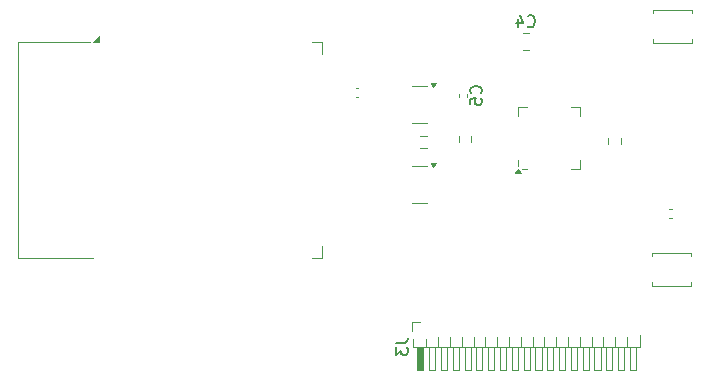
<source format=gbr>
%TF.GenerationSoftware,KiCad,Pcbnew,9.0.3*%
%TF.CreationDate,2025-08-23T20:39:02+05:00*%
%TF.ProjectId,esp-32-new,6573702d-3332-42d6-9e65-772e6b696361,rev?*%
%TF.SameCoordinates,Original*%
%TF.FileFunction,Legend,Bot*%
%TF.FilePolarity,Positive*%
%FSLAX46Y46*%
G04 Gerber Fmt 4.6, Leading zero omitted, Abs format (unit mm)*
G04 Created by KiCad (PCBNEW 9.0.3) date 2025-08-23 20:39:02*
%MOMM*%
%LPD*%
G01*
G04 APERTURE LIST*
%ADD10C,0.150000*%
%ADD11C,0.120000*%
G04 APERTURE END LIST*
D10*
X101529580Y-104515833D02*
X101577200Y-104468214D01*
X101577200Y-104468214D02*
X101624819Y-104325357D01*
X101624819Y-104325357D02*
X101624819Y-104230119D01*
X101624819Y-104230119D02*
X101577200Y-104087262D01*
X101577200Y-104087262D02*
X101481961Y-103992024D01*
X101481961Y-103992024D02*
X101386723Y-103944405D01*
X101386723Y-103944405D02*
X101196247Y-103896786D01*
X101196247Y-103896786D02*
X101053390Y-103896786D01*
X101053390Y-103896786D02*
X100862914Y-103944405D01*
X100862914Y-103944405D02*
X100767676Y-103992024D01*
X100767676Y-103992024D02*
X100672438Y-104087262D01*
X100672438Y-104087262D02*
X100624819Y-104230119D01*
X100624819Y-104230119D02*
X100624819Y-104325357D01*
X100624819Y-104325357D02*
X100672438Y-104468214D01*
X100672438Y-104468214D02*
X100720057Y-104515833D01*
X100624819Y-105420595D02*
X100624819Y-104944405D01*
X100624819Y-104944405D02*
X101101009Y-104896786D01*
X101101009Y-104896786D02*
X101053390Y-104944405D01*
X101053390Y-104944405D02*
X101005771Y-105039643D01*
X101005771Y-105039643D02*
X101005771Y-105277738D01*
X101005771Y-105277738D02*
X101053390Y-105372976D01*
X101053390Y-105372976D02*
X101101009Y-105420595D01*
X101101009Y-105420595D02*
X101196247Y-105468214D01*
X101196247Y-105468214D02*
X101434342Y-105468214D01*
X101434342Y-105468214D02*
X101529580Y-105420595D01*
X101529580Y-105420595D02*
X101577200Y-105372976D01*
X101577200Y-105372976D02*
X101624819Y-105277738D01*
X101624819Y-105277738D02*
X101624819Y-105039643D01*
X101624819Y-105039643D02*
X101577200Y-104944405D01*
X101577200Y-104944405D02*
X101529580Y-104896786D01*
X105496666Y-98809580D02*
X105544285Y-98857200D01*
X105544285Y-98857200D02*
X105687142Y-98904819D01*
X105687142Y-98904819D02*
X105782380Y-98904819D01*
X105782380Y-98904819D02*
X105925237Y-98857200D01*
X105925237Y-98857200D02*
X106020475Y-98761961D01*
X106020475Y-98761961D02*
X106068094Y-98666723D01*
X106068094Y-98666723D02*
X106115713Y-98476247D01*
X106115713Y-98476247D02*
X106115713Y-98333390D01*
X106115713Y-98333390D02*
X106068094Y-98142914D01*
X106068094Y-98142914D02*
X106020475Y-98047676D01*
X106020475Y-98047676D02*
X105925237Y-97952438D01*
X105925237Y-97952438D02*
X105782380Y-97904819D01*
X105782380Y-97904819D02*
X105687142Y-97904819D01*
X105687142Y-97904819D02*
X105544285Y-97952438D01*
X105544285Y-97952438D02*
X105496666Y-98000057D01*
X104639523Y-98238152D02*
X104639523Y-98904819D01*
X104877618Y-97857200D02*
X105115713Y-98571485D01*
X105115713Y-98571485D02*
X104496666Y-98571485D01*
X94369819Y-125631666D02*
X95084104Y-125631666D01*
X95084104Y-125631666D02*
X95226961Y-125584047D01*
X95226961Y-125584047D02*
X95322200Y-125488809D01*
X95322200Y-125488809D02*
X95369819Y-125345952D01*
X95369819Y-125345952D02*
X95369819Y-125250714D01*
X94369819Y-126012619D02*
X94369819Y-126631666D01*
X94369819Y-126631666D02*
X94750771Y-126298333D01*
X94750771Y-126298333D02*
X94750771Y-126441190D01*
X94750771Y-126441190D02*
X94798390Y-126536428D01*
X94798390Y-126536428D02*
X94846009Y-126584047D01*
X94846009Y-126584047D02*
X94941247Y-126631666D01*
X94941247Y-126631666D02*
X95179342Y-126631666D01*
X95179342Y-126631666D02*
X95274580Y-126584047D01*
X95274580Y-126584047D02*
X95322200Y-126536428D01*
X95322200Y-126536428D02*
X95369819Y-126441190D01*
X95369819Y-126441190D02*
X95369819Y-126155476D01*
X95369819Y-126155476D02*
X95322200Y-126060238D01*
X95322200Y-126060238D02*
X95274580Y-126012619D01*
D11*
%TO.C,C5*%
X99650000Y-104798335D02*
X99650000Y-104566665D01*
X100370000Y-104798335D02*
X100370000Y-104566665D01*
%TO.C,R5*%
X112317500Y-108275276D02*
X112317500Y-108784724D01*
X113362500Y-108275276D02*
X113362500Y-108784724D01*
%TO.C,U2*%
X104700000Y-105690000D02*
X104700000Y-106415000D01*
X104700000Y-110185000D02*
X104700000Y-110670000D01*
X105425000Y-105690000D02*
X104700000Y-105690000D01*
X105425000Y-110910000D02*
X105000000Y-110910000D01*
X109195000Y-105690000D02*
X109920000Y-105690000D01*
X109195000Y-110910000D02*
X109920000Y-110910000D01*
X109920000Y-105690000D02*
X109920000Y-106415000D01*
X109920000Y-110910000D02*
X109920000Y-110185000D01*
X104940000Y-111240000D02*
X104460000Y-111240000D01*
X104700000Y-110910000D01*
X104940000Y-111240000D01*
G36*
X104940000Y-111240000D02*
G01*
X104460000Y-111240000D01*
X104700000Y-110910000D01*
X104940000Y-111240000D01*
G37*
%TO.C,U1*%
X62315000Y-100195000D02*
X62315000Y-118435000D01*
X62315000Y-100195000D02*
X68475000Y-100195000D01*
X62315000Y-118435000D02*
X68730000Y-118435000D01*
X87275000Y-100195000D02*
X88055000Y-100195000D01*
X87275000Y-118435000D02*
X88055000Y-118435000D01*
X88055000Y-100195000D02*
X88055000Y-101195000D01*
X88055000Y-118435000D02*
X88055000Y-117435000D01*
X69200000Y-100190000D02*
X68700000Y-100190000D01*
X69200000Y-99690000D01*
X69200000Y-100190000D01*
G36*
X69200000Y-100190000D02*
G01*
X68700000Y-100190000D01*
X69200000Y-99690000D01*
X69200000Y-100190000D01*
G37*
%TO.C,Q1*%
X96360000Y-103910000D02*
X95710000Y-103910000D01*
X96360000Y-103910000D02*
X97010000Y-103910000D01*
X96360000Y-107030000D02*
X95710000Y-107030000D01*
X96360000Y-107030000D02*
X97010000Y-107030000D01*
X97522500Y-103960000D02*
X97282500Y-103630000D01*
X97762500Y-103630000D01*
X97522500Y-103960000D01*
G36*
X97522500Y-103960000D02*
G01*
X97282500Y-103630000D01*
X97762500Y-103630000D01*
X97522500Y-103960000D01*
G37*
%TO.C,Q2*%
X96360000Y-110670000D02*
X95710000Y-110670000D01*
X96360000Y-110670000D02*
X97010000Y-110670000D01*
X96360000Y-113790000D02*
X95710000Y-113790000D01*
X96360000Y-113790000D02*
X97010000Y-113790000D01*
X97522500Y-110720000D02*
X97282500Y-110390000D01*
X97762500Y-110390000D01*
X97522500Y-110720000D01*
G36*
X97522500Y-110720000D02*
G01*
X97282500Y-110390000D01*
X97762500Y-110390000D01*
X97522500Y-110720000D01*
G37*
%TO.C,SW1*%
X116050000Y-118000000D02*
X116050000Y-118300000D01*
X116050000Y-120800000D02*
X116050000Y-120500000D01*
X119350000Y-118000000D02*
X116050000Y-118000000D01*
X119350000Y-118300000D02*
X119350000Y-118000000D01*
X119350000Y-120500000D02*
X119350000Y-120800000D01*
X119350000Y-120800000D02*
X116050000Y-120800000D01*
%TO.C,C4*%
X105591252Y-99395000D02*
X105068748Y-99395000D01*
X105591252Y-100865000D02*
X105068748Y-100865000D01*
%TO.C,C8*%
X117683335Y-114320000D02*
X117451665Y-114320000D01*
X117683335Y-115040000D02*
X117451665Y-115040000D01*
%TO.C,R6*%
X99677500Y-108624724D02*
X99677500Y-108115276D01*
X100722500Y-108624724D02*
X100722500Y-108115276D01*
%TO.C,R7*%
X96934724Y-108127500D02*
X96425276Y-108127500D01*
X96934724Y-109172500D02*
X96425276Y-109172500D01*
%TO.C,J3*%
X95680000Y-123855000D02*
X95680000Y-124590000D01*
X95805000Y-125325000D02*
X95805000Y-125950000D01*
X95805000Y-125950000D02*
X115025000Y-125950000D01*
X96415000Y-123855000D02*
X95680000Y-123855000D01*
X96915000Y-125325000D02*
X96915000Y-125950000D01*
X97155000Y-125950000D02*
X97155000Y-127950000D01*
X97155000Y-127950000D02*
X97675000Y-127950000D01*
X97675000Y-127950000D02*
X97675000Y-125950000D01*
X97915000Y-125128725D02*
X97915000Y-125950000D01*
X98155000Y-125950000D02*
X98155000Y-127950000D01*
X98155000Y-127950000D02*
X98675000Y-127950000D01*
X98675000Y-127950000D02*
X98675000Y-125950000D01*
X98915000Y-125128725D02*
X98915000Y-125950000D01*
X99155000Y-125950000D02*
X99155000Y-127950000D01*
X99155000Y-127950000D02*
X99675000Y-127950000D01*
X99675000Y-127950000D02*
X99675000Y-125950000D01*
X99915000Y-125128725D02*
X99915000Y-125950000D01*
X100155000Y-125950000D02*
X100155000Y-127950000D01*
X100155000Y-127950000D02*
X100675000Y-127950000D01*
X100675000Y-127950000D02*
X100675000Y-125950000D01*
X100915000Y-125128725D02*
X100915000Y-125950000D01*
X101155000Y-125950000D02*
X101155000Y-127950000D01*
X101155000Y-127950000D02*
X101675000Y-127950000D01*
X101675000Y-127950000D02*
X101675000Y-125950000D01*
X101915000Y-125128725D02*
X101915000Y-125950000D01*
X102155000Y-125950000D02*
X102155000Y-127950000D01*
X102155000Y-127950000D02*
X102675000Y-127950000D01*
X102675000Y-127950000D02*
X102675000Y-125950000D01*
X102915000Y-125128725D02*
X102915000Y-125950000D01*
X103155000Y-125950000D02*
X103155000Y-127950000D01*
X103155000Y-127950000D02*
X103675000Y-127950000D01*
X103675000Y-127950000D02*
X103675000Y-125950000D01*
X103915000Y-125128725D02*
X103915000Y-125950000D01*
X104155000Y-125950000D02*
X104155000Y-127950000D01*
X104155000Y-127950000D02*
X104675000Y-127950000D01*
X104675000Y-127950000D02*
X104675000Y-125950000D01*
X104915000Y-125128725D02*
X104915000Y-125950000D01*
X105155000Y-125950000D02*
X105155000Y-127950000D01*
X105155000Y-127950000D02*
X105675000Y-127950000D01*
X105675000Y-127950000D02*
X105675000Y-125950000D01*
X105915000Y-125128725D02*
X105915000Y-125950000D01*
X106155000Y-125950000D02*
X106155000Y-127950000D01*
X106155000Y-127950000D02*
X106675000Y-127950000D01*
X106675000Y-127950000D02*
X106675000Y-125950000D01*
X106915000Y-125128725D02*
X106915000Y-125950000D01*
X107155000Y-125950000D02*
X107155000Y-127950000D01*
X107155000Y-127950000D02*
X107675000Y-127950000D01*
X107675000Y-127950000D02*
X107675000Y-125950000D01*
X107915000Y-125128725D02*
X107915000Y-125950000D01*
X108155000Y-125950000D02*
X108155000Y-127950000D01*
X108155000Y-127950000D02*
X108675000Y-127950000D01*
X108675000Y-127950000D02*
X108675000Y-125950000D01*
X108915000Y-125128725D02*
X108915000Y-125950000D01*
X109155000Y-125950000D02*
X109155000Y-127950000D01*
X109155000Y-127950000D02*
X109675000Y-127950000D01*
X109675000Y-127950000D02*
X109675000Y-125950000D01*
X109915000Y-125128725D02*
X109915000Y-125950000D01*
X110155000Y-125950000D02*
X110155000Y-127950000D01*
X110155000Y-127950000D02*
X110675000Y-127950000D01*
X110675000Y-127950000D02*
X110675000Y-125950000D01*
X110915000Y-125128725D02*
X110915000Y-125950000D01*
X111155000Y-125950000D02*
X111155000Y-127950000D01*
X111155000Y-127950000D02*
X111675000Y-127950000D01*
X111675000Y-127950000D02*
X111675000Y-125950000D01*
X111915000Y-125128725D02*
X111915000Y-125950000D01*
X112155000Y-125950000D02*
X112155000Y-127950000D01*
X112155000Y-127950000D02*
X112675000Y-127950000D01*
X112675000Y-127950000D02*
X112675000Y-125950000D01*
X112915000Y-125128725D02*
X112915000Y-125950000D01*
X113155000Y-125950000D02*
X113155000Y-127950000D01*
X113155000Y-127950000D02*
X113675000Y-127950000D01*
X113675000Y-127950000D02*
X113675000Y-125950000D01*
X113915000Y-125128725D02*
X113915000Y-125950000D01*
X114155000Y-125950000D02*
X114155000Y-127950000D01*
X114155000Y-127950000D02*
X114675000Y-127950000D01*
X114675000Y-127950000D02*
X114675000Y-125950000D01*
X115025000Y-125950000D02*
X115025000Y-125000030D01*
X96155000Y-125950000D02*
X96675000Y-125950000D01*
X96675000Y-127950000D01*
X96155000Y-127950000D01*
X96155000Y-125950000D01*
G36*
X96155000Y-125950000D02*
G01*
X96675000Y-125950000D01*
X96675000Y-127950000D01*
X96155000Y-127950000D01*
X96155000Y-125950000D01*
G37*
%TO.C,C3*%
X91168335Y-104060000D02*
X90936665Y-104060000D01*
X91168335Y-104780000D02*
X90936665Y-104780000D01*
%TO.C,SW2*%
X116100000Y-97410000D02*
X116100000Y-97710000D01*
X116100000Y-100210000D02*
X116100000Y-99910000D01*
X119400000Y-97410000D02*
X116100000Y-97410000D01*
X119400000Y-97710000D02*
X119400000Y-97410000D01*
X119400000Y-99910000D02*
X119400000Y-100210000D01*
X119400000Y-100210000D02*
X116100000Y-100210000D01*
%TD*%
M02*

</source>
